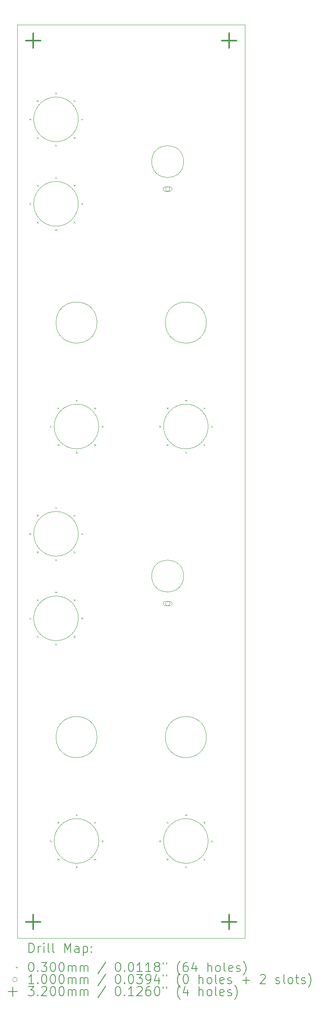
<source format=gbr>
%TF.GenerationSoftware,KiCad,Pcbnew,9.0.0*%
%TF.CreationDate,2025-03-16T11:37:10+01:00*%
%TF.ProjectId,DMH_Transistor_VCA_PANEL,444d485f-5472-4616-9e73-6973746f725f,rev?*%
%TF.SameCoordinates,Original*%
%TF.FileFunction,Drillmap*%
%TF.FilePolarity,Positive*%
%FSLAX45Y45*%
G04 Gerber Fmt 4.5, Leading zero omitted, Abs format (unit mm)*
G04 Created by KiCad (PCBNEW 9.0.0) date 2025-03-16 11:37:10*
%MOMM*%
%LPD*%
G01*
G04 APERTURE LIST*
%ADD10C,0.050000*%
%ADD11C,0.200000*%
%ADD12C,0.100000*%
%ADD13C,0.320000*%
G04 APERTURE END LIST*
D10*
X5000000Y-3000000D02*
X10000000Y-3000000D01*
X10000000Y-23000000D01*
X5000000Y-23000000D01*
X5000000Y-3000000D01*
X6750000Y-18600000D02*
G75*
G02*
X5850000Y-18600000I-450000J0D01*
G01*
X5850000Y-18600000D02*
G75*
G02*
X6750000Y-18600000I450000J0D01*
G01*
X9150000Y-18600000D02*
G75*
G02*
X8250000Y-18600000I-450000J0D01*
G01*
X8250000Y-18600000D02*
G75*
G02*
X9150000Y-18600000I450000J0D01*
G01*
X9150000Y-9525000D02*
G75*
G02*
X8250000Y-9525000I-450000J0D01*
G01*
X8250000Y-9525000D02*
G75*
G02*
X9150000Y-9525000I450000J0D01*
G01*
X6750000Y-9525000D02*
G75*
G02*
X5850000Y-9525000I-450000J0D01*
G01*
X5850000Y-9525000D02*
G75*
G02*
X6750000Y-9525000I450000J0D01*
G01*
X6790000Y-11800000D02*
G75*
G02*
X5810000Y-11800000I-490000J0D01*
G01*
X5810000Y-11800000D02*
G75*
G02*
X6790000Y-11800000I490000J0D01*
G01*
X6340000Y-5075000D02*
G75*
G02*
X5360000Y-5075000I-490000J0D01*
G01*
X5360000Y-5075000D02*
G75*
G02*
X6340000Y-5075000I490000J0D01*
G01*
X6340000Y-14150000D02*
G75*
G02*
X5360000Y-14150000I-490000J0D01*
G01*
X5360000Y-14150000D02*
G75*
G02*
X6340000Y-14150000I490000J0D01*
G01*
X6790000Y-20875000D02*
G75*
G02*
X5810000Y-20875000I-490000J0D01*
G01*
X5810000Y-20875000D02*
G75*
G02*
X6790000Y-20875000I490000J0D01*
G01*
X9190000Y-11800000D02*
G75*
G02*
X8210000Y-11800000I-490000J0D01*
G01*
X8210000Y-11800000D02*
G75*
G02*
X9190000Y-11800000I490000J0D01*
G01*
X8650000Y-6000000D02*
G75*
G02*
X7950000Y-6000000I-350000J0D01*
G01*
X7950000Y-6000000D02*
G75*
G02*
X8650000Y-6000000I350000J0D01*
G01*
X6340000Y-6925000D02*
G75*
G02*
X5360000Y-6925000I-490000J0D01*
G01*
X5360000Y-6925000D02*
G75*
G02*
X6340000Y-6925000I490000J0D01*
G01*
X9190000Y-20875000D02*
G75*
G02*
X8210000Y-20875000I-490000J0D01*
G01*
X8210000Y-20875000D02*
G75*
G02*
X9190000Y-20875000I490000J0D01*
G01*
X6340000Y-16000000D02*
G75*
G02*
X5360000Y-16000000I-490000J0D01*
G01*
X5360000Y-16000000D02*
G75*
G02*
X6340000Y-16000000I490000J0D01*
G01*
X8650000Y-15075000D02*
G75*
G02*
X7950000Y-15075000I-350000J0D01*
G01*
X7950000Y-15075000D02*
G75*
G02*
X8650000Y-15075000I350000J0D01*
G01*
D11*
D12*
X5265000Y-5060000D02*
X5295000Y-5090000D01*
X5295000Y-5060000D02*
X5265000Y-5090000D01*
X5265000Y-6910000D02*
X5295000Y-6940000D01*
X5295000Y-6910000D02*
X5265000Y-6940000D01*
X5265000Y-14135000D02*
X5295000Y-14165000D01*
X5295000Y-14135000D02*
X5265000Y-14165000D01*
X5265000Y-15985000D02*
X5295000Y-16015000D01*
X5295000Y-15985000D02*
X5265000Y-16015000D01*
X5431000Y-4657000D02*
X5461000Y-4687000D01*
X5461000Y-4657000D02*
X5431000Y-4687000D01*
X5431000Y-6507000D02*
X5461000Y-6537000D01*
X5461000Y-6507000D02*
X5431000Y-6537000D01*
X5431000Y-13732000D02*
X5461000Y-13762000D01*
X5461000Y-13732000D02*
X5431000Y-13762000D01*
X5431000Y-15582000D02*
X5461000Y-15612000D01*
X5461000Y-15582000D02*
X5431000Y-15612000D01*
X5432000Y-5464000D02*
X5462000Y-5494000D01*
X5462000Y-5464000D02*
X5432000Y-5494000D01*
X5432000Y-7314000D02*
X5462000Y-7344000D01*
X5462000Y-7314000D02*
X5432000Y-7344000D01*
X5432000Y-14539000D02*
X5462000Y-14569000D01*
X5462000Y-14539000D02*
X5432000Y-14569000D01*
X5432000Y-16389000D02*
X5462000Y-16419000D01*
X5462000Y-16389000D02*
X5432000Y-16419000D01*
X5715000Y-11785000D02*
X5745000Y-11815000D01*
X5745000Y-11785000D02*
X5715000Y-11815000D01*
X5715000Y-20860000D02*
X5745000Y-20890000D01*
X5745000Y-20860000D02*
X5715000Y-20890000D01*
X5835000Y-4490000D02*
X5865000Y-4520000D01*
X5865000Y-4490000D02*
X5835000Y-4520000D01*
X5835000Y-5630000D02*
X5865000Y-5660000D01*
X5865000Y-5630000D02*
X5835000Y-5660000D01*
X5835000Y-6340000D02*
X5865000Y-6370000D01*
X5865000Y-6340000D02*
X5835000Y-6370000D01*
X5835000Y-7480000D02*
X5865000Y-7510000D01*
X5865000Y-7480000D02*
X5835000Y-7510000D01*
X5835000Y-13565000D02*
X5865000Y-13595000D01*
X5865000Y-13565000D02*
X5835000Y-13595000D01*
X5835000Y-14705000D02*
X5865000Y-14735000D01*
X5865000Y-14705000D02*
X5835000Y-14735000D01*
X5835000Y-15415000D02*
X5865000Y-15445000D01*
X5865000Y-15415000D02*
X5835000Y-15445000D01*
X5835000Y-16555000D02*
X5865000Y-16585000D01*
X5865000Y-16555000D02*
X5835000Y-16585000D01*
X5881000Y-11382000D02*
X5911000Y-11412000D01*
X5911000Y-11382000D02*
X5881000Y-11412000D01*
X5881000Y-20457000D02*
X5911000Y-20487000D01*
X5911000Y-20457000D02*
X5881000Y-20487000D01*
X5882000Y-12189000D02*
X5912000Y-12219000D01*
X5912000Y-12189000D02*
X5882000Y-12219000D01*
X5882000Y-21264000D02*
X5912000Y-21294000D01*
X5912000Y-21264000D02*
X5882000Y-21294000D01*
X6238000Y-5464000D02*
X6268000Y-5494000D01*
X6268000Y-5464000D02*
X6238000Y-5494000D01*
X6238000Y-7314000D02*
X6268000Y-7344000D01*
X6268000Y-7314000D02*
X6238000Y-7344000D01*
X6238000Y-14539000D02*
X6268000Y-14569000D01*
X6268000Y-14539000D02*
X6238000Y-14569000D01*
X6238000Y-16389000D02*
X6268000Y-16419000D01*
X6268000Y-16389000D02*
X6238000Y-16419000D01*
X6239000Y-4657000D02*
X6269000Y-4687000D01*
X6269000Y-4657000D02*
X6239000Y-4687000D01*
X6239000Y-6507000D02*
X6269000Y-6537000D01*
X6269000Y-6507000D02*
X6239000Y-6537000D01*
X6239000Y-13732000D02*
X6269000Y-13762000D01*
X6269000Y-13732000D02*
X6239000Y-13762000D01*
X6239000Y-15582000D02*
X6269000Y-15612000D01*
X6269000Y-15582000D02*
X6239000Y-15612000D01*
X6285000Y-11215000D02*
X6315000Y-11245000D01*
X6315000Y-11215000D02*
X6285000Y-11245000D01*
X6285000Y-12355000D02*
X6315000Y-12385000D01*
X6315000Y-12355000D02*
X6285000Y-12385000D01*
X6285000Y-20290000D02*
X6315000Y-20320000D01*
X6315000Y-20290000D02*
X6285000Y-20320000D01*
X6285000Y-21430000D02*
X6315000Y-21460000D01*
X6315000Y-21430000D02*
X6285000Y-21460000D01*
X6405000Y-5060000D02*
X6435000Y-5090000D01*
X6435000Y-5060000D02*
X6405000Y-5090000D01*
X6405000Y-6910000D02*
X6435000Y-6940000D01*
X6435000Y-6910000D02*
X6405000Y-6940000D01*
X6405000Y-14135000D02*
X6435000Y-14165000D01*
X6435000Y-14135000D02*
X6405000Y-14165000D01*
X6405000Y-15985000D02*
X6435000Y-16015000D01*
X6435000Y-15985000D02*
X6405000Y-16015000D01*
X6688000Y-12189000D02*
X6718000Y-12219000D01*
X6718000Y-12189000D02*
X6688000Y-12219000D01*
X6688000Y-21264000D02*
X6718000Y-21294000D01*
X6718000Y-21264000D02*
X6688000Y-21294000D01*
X6689000Y-11382000D02*
X6719000Y-11412000D01*
X6719000Y-11382000D02*
X6689000Y-11412000D01*
X6689000Y-20457000D02*
X6719000Y-20487000D01*
X6719000Y-20457000D02*
X6689000Y-20487000D01*
X6855000Y-11785000D02*
X6885000Y-11815000D01*
X6885000Y-11785000D02*
X6855000Y-11815000D01*
X6855000Y-20860000D02*
X6885000Y-20890000D01*
X6885000Y-20860000D02*
X6855000Y-20890000D01*
X8115000Y-11785000D02*
X8145000Y-11815000D01*
X8145000Y-11785000D02*
X8115000Y-11815000D01*
X8115000Y-20860000D02*
X8145000Y-20890000D01*
X8145000Y-20860000D02*
X8115000Y-20890000D01*
X8281000Y-11382000D02*
X8311000Y-11412000D01*
X8311000Y-11382000D02*
X8281000Y-11412000D01*
X8281000Y-20457000D02*
X8311000Y-20487000D01*
X8311000Y-20457000D02*
X8281000Y-20487000D01*
X8282000Y-12189000D02*
X8312000Y-12219000D01*
X8312000Y-12189000D02*
X8282000Y-12219000D01*
X8282000Y-21264000D02*
X8312000Y-21294000D01*
X8312000Y-21264000D02*
X8282000Y-21294000D01*
X8685000Y-11215000D02*
X8715000Y-11245000D01*
X8715000Y-11215000D02*
X8685000Y-11245000D01*
X8685000Y-12355000D02*
X8715000Y-12385000D01*
X8715000Y-12355000D02*
X8685000Y-12385000D01*
X8685000Y-20290000D02*
X8715000Y-20320000D01*
X8715000Y-20290000D02*
X8685000Y-20320000D01*
X8685000Y-21430000D02*
X8715000Y-21460000D01*
X8715000Y-21430000D02*
X8685000Y-21460000D01*
X9088000Y-12189000D02*
X9118000Y-12219000D01*
X9118000Y-12189000D02*
X9088000Y-12219000D01*
X9088000Y-21264000D02*
X9118000Y-21294000D01*
X9118000Y-21264000D02*
X9088000Y-21294000D01*
X9089000Y-11382000D02*
X9119000Y-11412000D01*
X9119000Y-11382000D02*
X9089000Y-11412000D01*
X9089000Y-20457000D02*
X9119000Y-20487000D01*
X9119000Y-20457000D02*
X9089000Y-20487000D01*
X9255000Y-11785000D02*
X9285000Y-11815000D01*
X9285000Y-11785000D02*
X9255000Y-11815000D01*
X9255000Y-20860000D02*
X9285000Y-20890000D01*
X9285000Y-20860000D02*
X9255000Y-20890000D01*
X8350000Y-6600000D02*
G75*
G02*
X8250000Y-6600000I-50000J0D01*
G01*
X8250000Y-6600000D02*
G75*
G02*
X8350000Y-6600000I50000J0D01*
G01*
X8250000Y-6650000D02*
X8350000Y-6650000D01*
X8350000Y-6550000D02*
G75*
G02*
X8350000Y-6650000I0J-50000D01*
G01*
X8350000Y-6550000D02*
X8250000Y-6550000D01*
X8250000Y-6550000D02*
G75*
G03*
X8250000Y-6650000I0J-50000D01*
G01*
X8350000Y-15675000D02*
G75*
G02*
X8250000Y-15675000I-50000J0D01*
G01*
X8250000Y-15675000D02*
G75*
G02*
X8350000Y-15675000I50000J0D01*
G01*
X8250000Y-15725000D02*
X8350000Y-15725000D01*
X8350000Y-15625000D02*
G75*
G02*
X8350000Y-15725000I0J-50000D01*
G01*
X8350000Y-15625000D02*
X8250000Y-15625000D01*
X8250000Y-15625000D02*
G75*
G03*
X8250000Y-15725000I0J-50000D01*
G01*
D13*
X5350000Y-3190000D02*
X5350000Y-3510000D01*
X5190000Y-3350000D02*
X5510000Y-3350000D01*
X5350000Y-22490000D02*
X5350000Y-22810000D01*
X5190000Y-22650000D02*
X5510000Y-22650000D01*
X9650000Y-3190000D02*
X9650000Y-3510000D01*
X9490000Y-3350000D02*
X9810000Y-3350000D01*
X9650000Y-22490000D02*
X9650000Y-22810000D01*
X9490000Y-22650000D02*
X9810000Y-22650000D01*
D11*
X5258277Y-23313984D02*
X5258277Y-23113984D01*
X5258277Y-23113984D02*
X5305896Y-23113984D01*
X5305896Y-23113984D02*
X5334467Y-23123508D01*
X5334467Y-23123508D02*
X5353515Y-23142555D01*
X5353515Y-23142555D02*
X5363039Y-23161603D01*
X5363039Y-23161603D02*
X5372563Y-23199698D01*
X5372563Y-23199698D02*
X5372563Y-23228269D01*
X5372563Y-23228269D02*
X5363039Y-23266365D01*
X5363039Y-23266365D02*
X5353515Y-23285412D01*
X5353515Y-23285412D02*
X5334467Y-23304460D01*
X5334467Y-23304460D02*
X5305896Y-23313984D01*
X5305896Y-23313984D02*
X5258277Y-23313984D01*
X5458277Y-23313984D02*
X5458277Y-23180650D01*
X5458277Y-23218746D02*
X5467801Y-23199698D01*
X5467801Y-23199698D02*
X5477324Y-23190174D01*
X5477324Y-23190174D02*
X5496372Y-23180650D01*
X5496372Y-23180650D02*
X5515420Y-23180650D01*
X5582086Y-23313984D02*
X5582086Y-23180650D01*
X5582086Y-23113984D02*
X5572563Y-23123508D01*
X5572563Y-23123508D02*
X5582086Y-23133031D01*
X5582086Y-23133031D02*
X5591610Y-23123508D01*
X5591610Y-23123508D02*
X5582086Y-23113984D01*
X5582086Y-23113984D02*
X5582086Y-23133031D01*
X5705896Y-23313984D02*
X5686848Y-23304460D01*
X5686848Y-23304460D02*
X5677324Y-23285412D01*
X5677324Y-23285412D02*
X5677324Y-23113984D01*
X5810658Y-23313984D02*
X5791610Y-23304460D01*
X5791610Y-23304460D02*
X5782086Y-23285412D01*
X5782086Y-23285412D02*
X5782086Y-23113984D01*
X6039229Y-23313984D02*
X6039229Y-23113984D01*
X6039229Y-23113984D02*
X6105896Y-23256841D01*
X6105896Y-23256841D02*
X6172562Y-23113984D01*
X6172562Y-23113984D02*
X6172562Y-23313984D01*
X6353515Y-23313984D02*
X6353515Y-23209222D01*
X6353515Y-23209222D02*
X6343991Y-23190174D01*
X6343991Y-23190174D02*
X6324943Y-23180650D01*
X6324943Y-23180650D02*
X6286848Y-23180650D01*
X6286848Y-23180650D02*
X6267801Y-23190174D01*
X6353515Y-23304460D02*
X6334467Y-23313984D01*
X6334467Y-23313984D02*
X6286848Y-23313984D01*
X6286848Y-23313984D02*
X6267801Y-23304460D01*
X6267801Y-23304460D02*
X6258277Y-23285412D01*
X6258277Y-23285412D02*
X6258277Y-23266365D01*
X6258277Y-23266365D02*
X6267801Y-23247317D01*
X6267801Y-23247317D02*
X6286848Y-23237793D01*
X6286848Y-23237793D02*
X6334467Y-23237793D01*
X6334467Y-23237793D02*
X6353515Y-23228269D01*
X6448753Y-23180650D02*
X6448753Y-23380650D01*
X6448753Y-23190174D02*
X6467801Y-23180650D01*
X6467801Y-23180650D02*
X6505896Y-23180650D01*
X6505896Y-23180650D02*
X6524943Y-23190174D01*
X6524943Y-23190174D02*
X6534467Y-23199698D01*
X6534467Y-23199698D02*
X6543991Y-23218746D01*
X6543991Y-23218746D02*
X6543991Y-23275888D01*
X6543991Y-23275888D02*
X6534467Y-23294936D01*
X6534467Y-23294936D02*
X6524943Y-23304460D01*
X6524943Y-23304460D02*
X6505896Y-23313984D01*
X6505896Y-23313984D02*
X6467801Y-23313984D01*
X6467801Y-23313984D02*
X6448753Y-23304460D01*
X6629705Y-23294936D02*
X6639229Y-23304460D01*
X6639229Y-23304460D02*
X6629705Y-23313984D01*
X6629705Y-23313984D02*
X6620182Y-23304460D01*
X6620182Y-23304460D02*
X6629705Y-23294936D01*
X6629705Y-23294936D02*
X6629705Y-23313984D01*
X6629705Y-23190174D02*
X6639229Y-23199698D01*
X6639229Y-23199698D02*
X6629705Y-23209222D01*
X6629705Y-23209222D02*
X6620182Y-23199698D01*
X6620182Y-23199698D02*
X6629705Y-23190174D01*
X6629705Y-23190174D02*
X6629705Y-23209222D01*
D12*
X4967500Y-23627500D02*
X4997500Y-23657500D01*
X4997500Y-23627500D02*
X4967500Y-23657500D01*
D11*
X5296372Y-23533984D02*
X5315420Y-23533984D01*
X5315420Y-23533984D02*
X5334467Y-23543508D01*
X5334467Y-23543508D02*
X5343991Y-23553031D01*
X5343991Y-23553031D02*
X5353515Y-23572079D01*
X5353515Y-23572079D02*
X5363039Y-23610174D01*
X5363039Y-23610174D02*
X5363039Y-23657793D01*
X5363039Y-23657793D02*
X5353515Y-23695888D01*
X5353515Y-23695888D02*
X5343991Y-23714936D01*
X5343991Y-23714936D02*
X5334467Y-23724460D01*
X5334467Y-23724460D02*
X5315420Y-23733984D01*
X5315420Y-23733984D02*
X5296372Y-23733984D01*
X5296372Y-23733984D02*
X5277324Y-23724460D01*
X5277324Y-23724460D02*
X5267801Y-23714936D01*
X5267801Y-23714936D02*
X5258277Y-23695888D01*
X5258277Y-23695888D02*
X5248753Y-23657793D01*
X5248753Y-23657793D02*
X5248753Y-23610174D01*
X5248753Y-23610174D02*
X5258277Y-23572079D01*
X5258277Y-23572079D02*
X5267801Y-23553031D01*
X5267801Y-23553031D02*
X5277324Y-23543508D01*
X5277324Y-23543508D02*
X5296372Y-23533984D01*
X5448753Y-23714936D02*
X5458277Y-23724460D01*
X5458277Y-23724460D02*
X5448753Y-23733984D01*
X5448753Y-23733984D02*
X5439229Y-23724460D01*
X5439229Y-23724460D02*
X5448753Y-23714936D01*
X5448753Y-23714936D02*
X5448753Y-23733984D01*
X5524944Y-23533984D02*
X5648753Y-23533984D01*
X5648753Y-23533984D02*
X5582086Y-23610174D01*
X5582086Y-23610174D02*
X5610658Y-23610174D01*
X5610658Y-23610174D02*
X5629705Y-23619698D01*
X5629705Y-23619698D02*
X5639229Y-23629222D01*
X5639229Y-23629222D02*
X5648753Y-23648269D01*
X5648753Y-23648269D02*
X5648753Y-23695888D01*
X5648753Y-23695888D02*
X5639229Y-23714936D01*
X5639229Y-23714936D02*
X5629705Y-23724460D01*
X5629705Y-23724460D02*
X5610658Y-23733984D01*
X5610658Y-23733984D02*
X5553515Y-23733984D01*
X5553515Y-23733984D02*
X5534467Y-23724460D01*
X5534467Y-23724460D02*
X5524944Y-23714936D01*
X5772562Y-23533984D02*
X5791610Y-23533984D01*
X5791610Y-23533984D02*
X5810658Y-23543508D01*
X5810658Y-23543508D02*
X5820182Y-23553031D01*
X5820182Y-23553031D02*
X5829705Y-23572079D01*
X5829705Y-23572079D02*
X5839229Y-23610174D01*
X5839229Y-23610174D02*
X5839229Y-23657793D01*
X5839229Y-23657793D02*
X5829705Y-23695888D01*
X5829705Y-23695888D02*
X5820182Y-23714936D01*
X5820182Y-23714936D02*
X5810658Y-23724460D01*
X5810658Y-23724460D02*
X5791610Y-23733984D01*
X5791610Y-23733984D02*
X5772562Y-23733984D01*
X5772562Y-23733984D02*
X5753515Y-23724460D01*
X5753515Y-23724460D02*
X5743991Y-23714936D01*
X5743991Y-23714936D02*
X5734467Y-23695888D01*
X5734467Y-23695888D02*
X5724943Y-23657793D01*
X5724943Y-23657793D02*
X5724943Y-23610174D01*
X5724943Y-23610174D02*
X5734467Y-23572079D01*
X5734467Y-23572079D02*
X5743991Y-23553031D01*
X5743991Y-23553031D02*
X5753515Y-23543508D01*
X5753515Y-23543508D02*
X5772562Y-23533984D01*
X5963039Y-23533984D02*
X5982086Y-23533984D01*
X5982086Y-23533984D02*
X6001134Y-23543508D01*
X6001134Y-23543508D02*
X6010658Y-23553031D01*
X6010658Y-23553031D02*
X6020182Y-23572079D01*
X6020182Y-23572079D02*
X6029705Y-23610174D01*
X6029705Y-23610174D02*
X6029705Y-23657793D01*
X6029705Y-23657793D02*
X6020182Y-23695888D01*
X6020182Y-23695888D02*
X6010658Y-23714936D01*
X6010658Y-23714936D02*
X6001134Y-23724460D01*
X6001134Y-23724460D02*
X5982086Y-23733984D01*
X5982086Y-23733984D02*
X5963039Y-23733984D01*
X5963039Y-23733984D02*
X5943991Y-23724460D01*
X5943991Y-23724460D02*
X5934467Y-23714936D01*
X5934467Y-23714936D02*
X5924943Y-23695888D01*
X5924943Y-23695888D02*
X5915420Y-23657793D01*
X5915420Y-23657793D02*
X5915420Y-23610174D01*
X5915420Y-23610174D02*
X5924943Y-23572079D01*
X5924943Y-23572079D02*
X5934467Y-23553031D01*
X5934467Y-23553031D02*
X5943991Y-23543508D01*
X5943991Y-23543508D02*
X5963039Y-23533984D01*
X6115420Y-23733984D02*
X6115420Y-23600650D01*
X6115420Y-23619698D02*
X6124943Y-23610174D01*
X6124943Y-23610174D02*
X6143991Y-23600650D01*
X6143991Y-23600650D02*
X6172563Y-23600650D01*
X6172563Y-23600650D02*
X6191610Y-23610174D01*
X6191610Y-23610174D02*
X6201134Y-23629222D01*
X6201134Y-23629222D02*
X6201134Y-23733984D01*
X6201134Y-23629222D02*
X6210658Y-23610174D01*
X6210658Y-23610174D02*
X6229705Y-23600650D01*
X6229705Y-23600650D02*
X6258277Y-23600650D01*
X6258277Y-23600650D02*
X6277324Y-23610174D01*
X6277324Y-23610174D02*
X6286848Y-23629222D01*
X6286848Y-23629222D02*
X6286848Y-23733984D01*
X6382086Y-23733984D02*
X6382086Y-23600650D01*
X6382086Y-23619698D02*
X6391610Y-23610174D01*
X6391610Y-23610174D02*
X6410658Y-23600650D01*
X6410658Y-23600650D02*
X6439229Y-23600650D01*
X6439229Y-23600650D02*
X6458277Y-23610174D01*
X6458277Y-23610174D02*
X6467801Y-23629222D01*
X6467801Y-23629222D02*
X6467801Y-23733984D01*
X6467801Y-23629222D02*
X6477324Y-23610174D01*
X6477324Y-23610174D02*
X6496372Y-23600650D01*
X6496372Y-23600650D02*
X6524943Y-23600650D01*
X6524943Y-23600650D02*
X6543991Y-23610174D01*
X6543991Y-23610174D02*
X6553515Y-23629222D01*
X6553515Y-23629222D02*
X6553515Y-23733984D01*
X6943991Y-23524460D02*
X6772563Y-23781603D01*
X7201134Y-23533984D02*
X7220182Y-23533984D01*
X7220182Y-23533984D02*
X7239229Y-23543508D01*
X7239229Y-23543508D02*
X7248753Y-23553031D01*
X7248753Y-23553031D02*
X7258277Y-23572079D01*
X7258277Y-23572079D02*
X7267801Y-23610174D01*
X7267801Y-23610174D02*
X7267801Y-23657793D01*
X7267801Y-23657793D02*
X7258277Y-23695888D01*
X7258277Y-23695888D02*
X7248753Y-23714936D01*
X7248753Y-23714936D02*
X7239229Y-23724460D01*
X7239229Y-23724460D02*
X7220182Y-23733984D01*
X7220182Y-23733984D02*
X7201134Y-23733984D01*
X7201134Y-23733984D02*
X7182086Y-23724460D01*
X7182086Y-23724460D02*
X7172563Y-23714936D01*
X7172563Y-23714936D02*
X7163039Y-23695888D01*
X7163039Y-23695888D02*
X7153515Y-23657793D01*
X7153515Y-23657793D02*
X7153515Y-23610174D01*
X7153515Y-23610174D02*
X7163039Y-23572079D01*
X7163039Y-23572079D02*
X7172563Y-23553031D01*
X7172563Y-23553031D02*
X7182086Y-23543508D01*
X7182086Y-23543508D02*
X7201134Y-23533984D01*
X7353515Y-23714936D02*
X7363039Y-23724460D01*
X7363039Y-23724460D02*
X7353515Y-23733984D01*
X7353515Y-23733984D02*
X7343991Y-23724460D01*
X7343991Y-23724460D02*
X7353515Y-23714936D01*
X7353515Y-23714936D02*
X7353515Y-23733984D01*
X7486848Y-23533984D02*
X7505896Y-23533984D01*
X7505896Y-23533984D02*
X7524944Y-23543508D01*
X7524944Y-23543508D02*
X7534467Y-23553031D01*
X7534467Y-23553031D02*
X7543991Y-23572079D01*
X7543991Y-23572079D02*
X7553515Y-23610174D01*
X7553515Y-23610174D02*
X7553515Y-23657793D01*
X7553515Y-23657793D02*
X7543991Y-23695888D01*
X7543991Y-23695888D02*
X7534467Y-23714936D01*
X7534467Y-23714936D02*
X7524944Y-23724460D01*
X7524944Y-23724460D02*
X7505896Y-23733984D01*
X7505896Y-23733984D02*
X7486848Y-23733984D01*
X7486848Y-23733984D02*
X7467801Y-23724460D01*
X7467801Y-23724460D02*
X7458277Y-23714936D01*
X7458277Y-23714936D02*
X7448753Y-23695888D01*
X7448753Y-23695888D02*
X7439229Y-23657793D01*
X7439229Y-23657793D02*
X7439229Y-23610174D01*
X7439229Y-23610174D02*
X7448753Y-23572079D01*
X7448753Y-23572079D02*
X7458277Y-23553031D01*
X7458277Y-23553031D02*
X7467801Y-23543508D01*
X7467801Y-23543508D02*
X7486848Y-23533984D01*
X7743991Y-23733984D02*
X7629706Y-23733984D01*
X7686848Y-23733984D02*
X7686848Y-23533984D01*
X7686848Y-23533984D02*
X7667801Y-23562555D01*
X7667801Y-23562555D02*
X7648753Y-23581603D01*
X7648753Y-23581603D02*
X7629706Y-23591127D01*
X7934467Y-23733984D02*
X7820182Y-23733984D01*
X7877325Y-23733984D02*
X7877325Y-23533984D01*
X7877325Y-23533984D02*
X7858277Y-23562555D01*
X7858277Y-23562555D02*
X7839229Y-23581603D01*
X7839229Y-23581603D02*
X7820182Y-23591127D01*
X8048753Y-23619698D02*
X8029706Y-23610174D01*
X8029706Y-23610174D02*
X8020182Y-23600650D01*
X8020182Y-23600650D02*
X8010658Y-23581603D01*
X8010658Y-23581603D02*
X8010658Y-23572079D01*
X8010658Y-23572079D02*
X8020182Y-23553031D01*
X8020182Y-23553031D02*
X8029706Y-23543508D01*
X8029706Y-23543508D02*
X8048753Y-23533984D01*
X8048753Y-23533984D02*
X8086848Y-23533984D01*
X8086848Y-23533984D02*
X8105896Y-23543508D01*
X8105896Y-23543508D02*
X8115420Y-23553031D01*
X8115420Y-23553031D02*
X8124944Y-23572079D01*
X8124944Y-23572079D02*
X8124944Y-23581603D01*
X8124944Y-23581603D02*
X8115420Y-23600650D01*
X8115420Y-23600650D02*
X8105896Y-23610174D01*
X8105896Y-23610174D02*
X8086848Y-23619698D01*
X8086848Y-23619698D02*
X8048753Y-23619698D01*
X8048753Y-23619698D02*
X8029706Y-23629222D01*
X8029706Y-23629222D02*
X8020182Y-23638746D01*
X8020182Y-23638746D02*
X8010658Y-23657793D01*
X8010658Y-23657793D02*
X8010658Y-23695888D01*
X8010658Y-23695888D02*
X8020182Y-23714936D01*
X8020182Y-23714936D02*
X8029706Y-23724460D01*
X8029706Y-23724460D02*
X8048753Y-23733984D01*
X8048753Y-23733984D02*
X8086848Y-23733984D01*
X8086848Y-23733984D02*
X8105896Y-23724460D01*
X8105896Y-23724460D02*
X8115420Y-23714936D01*
X8115420Y-23714936D02*
X8124944Y-23695888D01*
X8124944Y-23695888D02*
X8124944Y-23657793D01*
X8124944Y-23657793D02*
X8115420Y-23638746D01*
X8115420Y-23638746D02*
X8105896Y-23629222D01*
X8105896Y-23629222D02*
X8086848Y-23619698D01*
X8201134Y-23533984D02*
X8201134Y-23572079D01*
X8277325Y-23533984D02*
X8277325Y-23572079D01*
X8572563Y-23810174D02*
X8563039Y-23800650D01*
X8563039Y-23800650D02*
X8543991Y-23772079D01*
X8543991Y-23772079D02*
X8534468Y-23753031D01*
X8534468Y-23753031D02*
X8524944Y-23724460D01*
X8524944Y-23724460D02*
X8515420Y-23676841D01*
X8515420Y-23676841D02*
X8515420Y-23638746D01*
X8515420Y-23638746D02*
X8524944Y-23591127D01*
X8524944Y-23591127D02*
X8534468Y-23562555D01*
X8534468Y-23562555D02*
X8543991Y-23543508D01*
X8543991Y-23543508D02*
X8563039Y-23514936D01*
X8563039Y-23514936D02*
X8572563Y-23505412D01*
X8734468Y-23533984D02*
X8696372Y-23533984D01*
X8696372Y-23533984D02*
X8677325Y-23543508D01*
X8677325Y-23543508D02*
X8667801Y-23553031D01*
X8667801Y-23553031D02*
X8648753Y-23581603D01*
X8648753Y-23581603D02*
X8639230Y-23619698D01*
X8639230Y-23619698D02*
X8639230Y-23695888D01*
X8639230Y-23695888D02*
X8648753Y-23714936D01*
X8648753Y-23714936D02*
X8658277Y-23724460D01*
X8658277Y-23724460D02*
X8677325Y-23733984D01*
X8677325Y-23733984D02*
X8715420Y-23733984D01*
X8715420Y-23733984D02*
X8734468Y-23724460D01*
X8734468Y-23724460D02*
X8743991Y-23714936D01*
X8743991Y-23714936D02*
X8753515Y-23695888D01*
X8753515Y-23695888D02*
X8753515Y-23648269D01*
X8753515Y-23648269D02*
X8743991Y-23629222D01*
X8743991Y-23629222D02*
X8734468Y-23619698D01*
X8734468Y-23619698D02*
X8715420Y-23610174D01*
X8715420Y-23610174D02*
X8677325Y-23610174D01*
X8677325Y-23610174D02*
X8658277Y-23619698D01*
X8658277Y-23619698D02*
X8648753Y-23629222D01*
X8648753Y-23629222D02*
X8639230Y-23648269D01*
X8924944Y-23600650D02*
X8924944Y-23733984D01*
X8877325Y-23524460D02*
X8829706Y-23667317D01*
X8829706Y-23667317D02*
X8953515Y-23667317D01*
X9182087Y-23733984D02*
X9182087Y-23533984D01*
X9267801Y-23733984D02*
X9267801Y-23629222D01*
X9267801Y-23629222D02*
X9258277Y-23610174D01*
X9258277Y-23610174D02*
X9239230Y-23600650D01*
X9239230Y-23600650D02*
X9210658Y-23600650D01*
X9210658Y-23600650D02*
X9191611Y-23610174D01*
X9191611Y-23610174D02*
X9182087Y-23619698D01*
X9391611Y-23733984D02*
X9372563Y-23724460D01*
X9372563Y-23724460D02*
X9363039Y-23714936D01*
X9363039Y-23714936D02*
X9353515Y-23695888D01*
X9353515Y-23695888D02*
X9353515Y-23638746D01*
X9353515Y-23638746D02*
X9363039Y-23619698D01*
X9363039Y-23619698D02*
X9372563Y-23610174D01*
X9372563Y-23610174D02*
X9391611Y-23600650D01*
X9391611Y-23600650D02*
X9420182Y-23600650D01*
X9420182Y-23600650D02*
X9439230Y-23610174D01*
X9439230Y-23610174D02*
X9448753Y-23619698D01*
X9448753Y-23619698D02*
X9458277Y-23638746D01*
X9458277Y-23638746D02*
X9458277Y-23695888D01*
X9458277Y-23695888D02*
X9448753Y-23714936D01*
X9448753Y-23714936D02*
X9439230Y-23724460D01*
X9439230Y-23724460D02*
X9420182Y-23733984D01*
X9420182Y-23733984D02*
X9391611Y-23733984D01*
X9572563Y-23733984D02*
X9553515Y-23724460D01*
X9553515Y-23724460D02*
X9543992Y-23705412D01*
X9543992Y-23705412D02*
X9543992Y-23533984D01*
X9724944Y-23724460D02*
X9705896Y-23733984D01*
X9705896Y-23733984D02*
X9667801Y-23733984D01*
X9667801Y-23733984D02*
X9648753Y-23724460D01*
X9648753Y-23724460D02*
X9639230Y-23705412D01*
X9639230Y-23705412D02*
X9639230Y-23629222D01*
X9639230Y-23629222D02*
X9648753Y-23610174D01*
X9648753Y-23610174D02*
X9667801Y-23600650D01*
X9667801Y-23600650D02*
X9705896Y-23600650D01*
X9705896Y-23600650D02*
X9724944Y-23610174D01*
X9724944Y-23610174D02*
X9734468Y-23629222D01*
X9734468Y-23629222D02*
X9734468Y-23648269D01*
X9734468Y-23648269D02*
X9639230Y-23667317D01*
X9810658Y-23724460D02*
X9829706Y-23733984D01*
X9829706Y-23733984D02*
X9867801Y-23733984D01*
X9867801Y-23733984D02*
X9886849Y-23724460D01*
X9886849Y-23724460D02*
X9896373Y-23705412D01*
X9896373Y-23705412D02*
X9896373Y-23695888D01*
X9896373Y-23695888D02*
X9886849Y-23676841D01*
X9886849Y-23676841D02*
X9867801Y-23667317D01*
X9867801Y-23667317D02*
X9839230Y-23667317D01*
X9839230Y-23667317D02*
X9820182Y-23657793D01*
X9820182Y-23657793D02*
X9810658Y-23638746D01*
X9810658Y-23638746D02*
X9810658Y-23629222D01*
X9810658Y-23629222D02*
X9820182Y-23610174D01*
X9820182Y-23610174D02*
X9839230Y-23600650D01*
X9839230Y-23600650D02*
X9867801Y-23600650D01*
X9867801Y-23600650D02*
X9886849Y-23610174D01*
X9963039Y-23810174D02*
X9972563Y-23800650D01*
X9972563Y-23800650D02*
X9991611Y-23772079D01*
X9991611Y-23772079D02*
X10001134Y-23753031D01*
X10001134Y-23753031D02*
X10010658Y-23724460D01*
X10010658Y-23724460D02*
X10020182Y-23676841D01*
X10020182Y-23676841D02*
X10020182Y-23638746D01*
X10020182Y-23638746D02*
X10010658Y-23591127D01*
X10010658Y-23591127D02*
X10001134Y-23562555D01*
X10001134Y-23562555D02*
X9991611Y-23543508D01*
X9991611Y-23543508D02*
X9972563Y-23514936D01*
X9972563Y-23514936D02*
X9963039Y-23505412D01*
D12*
X4997500Y-23906500D02*
G75*
G02*
X4897500Y-23906500I-50000J0D01*
G01*
X4897500Y-23906500D02*
G75*
G02*
X4997500Y-23906500I50000J0D01*
G01*
D11*
X5363039Y-23997984D02*
X5248753Y-23997984D01*
X5305896Y-23997984D02*
X5305896Y-23797984D01*
X5305896Y-23797984D02*
X5286848Y-23826555D01*
X5286848Y-23826555D02*
X5267801Y-23845603D01*
X5267801Y-23845603D02*
X5248753Y-23855127D01*
X5448753Y-23978936D02*
X5458277Y-23988460D01*
X5458277Y-23988460D02*
X5448753Y-23997984D01*
X5448753Y-23997984D02*
X5439229Y-23988460D01*
X5439229Y-23988460D02*
X5448753Y-23978936D01*
X5448753Y-23978936D02*
X5448753Y-23997984D01*
X5582086Y-23797984D02*
X5601134Y-23797984D01*
X5601134Y-23797984D02*
X5620182Y-23807508D01*
X5620182Y-23807508D02*
X5629705Y-23817031D01*
X5629705Y-23817031D02*
X5639229Y-23836079D01*
X5639229Y-23836079D02*
X5648753Y-23874174D01*
X5648753Y-23874174D02*
X5648753Y-23921793D01*
X5648753Y-23921793D02*
X5639229Y-23959888D01*
X5639229Y-23959888D02*
X5629705Y-23978936D01*
X5629705Y-23978936D02*
X5620182Y-23988460D01*
X5620182Y-23988460D02*
X5601134Y-23997984D01*
X5601134Y-23997984D02*
X5582086Y-23997984D01*
X5582086Y-23997984D02*
X5563039Y-23988460D01*
X5563039Y-23988460D02*
X5553515Y-23978936D01*
X5553515Y-23978936D02*
X5543991Y-23959888D01*
X5543991Y-23959888D02*
X5534467Y-23921793D01*
X5534467Y-23921793D02*
X5534467Y-23874174D01*
X5534467Y-23874174D02*
X5543991Y-23836079D01*
X5543991Y-23836079D02*
X5553515Y-23817031D01*
X5553515Y-23817031D02*
X5563039Y-23807508D01*
X5563039Y-23807508D02*
X5582086Y-23797984D01*
X5772562Y-23797984D02*
X5791610Y-23797984D01*
X5791610Y-23797984D02*
X5810658Y-23807508D01*
X5810658Y-23807508D02*
X5820182Y-23817031D01*
X5820182Y-23817031D02*
X5829705Y-23836079D01*
X5829705Y-23836079D02*
X5839229Y-23874174D01*
X5839229Y-23874174D02*
X5839229Y-23921793D01*
X5839229Y-23921793D02*
X5829705Y-23959888D01*
X5829705Y-23959888D02*
X5820182Y-23978936D01*
X5820182Y-23978936D02*
X5810658Y-23988460D01*
X5810658Y-23988460D02*
X5791610Y-23997984D01*
X5791610Y-23997984D02*
X5772562Y-23997984D01*
X5772562Y-23997984D02*
X5753515Y-23988460D01*
X5753515Y-23988460D02*
X5743991Y-23978936D01*
X5743991Y-23978936D02*
X5734467Y-23959888D01*
X5734467Y-23959888D02*
X5724943Y-23921793D01*
X5724943Y-23921793D02*
X5724943Y-23874174D01*
X5724943Y-23874174D02*
X5734467Y-23836079D01*
X5734467Y-23836079D02*
X5743991Y-23817031D01*
X5743991Y-23817031D02*
X5753515Y-23807508D01*
X5753515Y-23807508D02*
X5772562Y-23797984D01*
X5963039Y-23797984D02*
X5982086Y-23797984D01*
X5982086Y-23797984D02*
X6001134Y-23807508D01*
X6001134Y-23807508D02*
X6010658Y-23817031D01*
X6010658Y-23817031D02*
X6020182Y-23836079D01*
X6020182Y-23836079D02*
X6029705Y-23874174D01*
X6029705Y-23874174D02*
X6029705Y-23921793D01*
X6029705Y-23921793D02*
X6020182Y-23959888D01*
X6020182Y-23959888D02*
X6010658Y-23978936D01*
X6010658Y-23978936D02*
X6001134Y-23988460D01*
X6001134Y-23988460D02*
X5982086Y-23997984D01*
X5982086Y-23997984D02*
X5963039Y-23997984D01*
X5963039Y-23997984D02*
X5943991Y-23988460D01*
X5943991Y-23988460D02*
X5934467Y-23978936D01*
X5934467Y-23978936D02*
X5924943Y-23959888D01*
X5924943Y-23959888D02*
X5915420Y-23921793D01*
X5915420Y-23921793D02*
X5915420Y-23874174D01*
X5915420Y-23874174D02*
X5924943Y-23836079D01*
X5924943Y-23836079D02*
X5934467Y-23817031D01*
X5934467Y-23817031D02*
X5943991Y-23807508D01*
X5943991Y-23807508D02*
X5963039Y-23797984D01*
X6115420Y-23997984D02*
X6115420Y-23864650D01*
X6115420Y-23883698D02*
X6124943Y-23874174D01*
X6124943Y-23874174D02*
X6143991Y-23864650D01*
X6143991Y-23864650D02*
X6172563Y-23864650D01*
X6172563Y-23864650D02*
X6191610Y-23874174D01*
X6191610Y-23874174D02*
X6201134Y-23893222D01*
X6201134Y-23893222D02*
X6201134Y-23997984D01*
X6201134Y-23893222D02*
X6210658Y-23874174D01*
X6210658Y-23874174D02*
X6229705Y-23864650D01*
X6229705Y-23864650D02*
X6258277Y-23864650D01*
X6258277Y-23864650D02*
X6277324Y-23874174D01*
X6277324Y-23874174D02*
X6286848Y-23893222D01*
X6286848Y-23893222D02*
X6286848Y-23997984D01*
X6382086Y-23997984D02*
X6382086Y-23864650D01*
X6382086Y-23883698D02*
X6391610Y-23874174D01*
X6391610Y-23874174D02*
X6410658Y-23864650D01*
X6410658Y-23864650D02*
X6439229Y-23864650D01*
X6439229Y-23864650D02*
X6458277Y-23874174D01*
X6458277Y-23874174D02*
X6467801Y-23893222D01*
X6467801Y-23893222D02*
X6467801Y-23997984D01*
X6467801Y-23893222D02*
X6477324Y-23874174D01*
X6477324Y-23874174D02*
X6496372Y-23864650D01*
X6496372Y-23864650D02*
X6524943Y-23864650D01*
X6524943Y-23864650D02*
X6543991Y-23874174D01*
X6543991Y-23874174D02*
X6553515Y-23893222D01*
X6553515Y-23893222D02*
X6553515Y-23997984D01*
X6943991Y-23788460D02*
X6772563Y-24045603D01*
X7201134Y-23797984D02*
X7220182Y-23797984D01*
X7220182Y-23797984D02*
X7239229Y-23807508D01*
X7239229Y-23807508D02*
X7248753Y-23817031D01*
X7248753Y-23817031D02*
X7258277Y-23836079D01*
X7258277Y-23836079D02*
X7267801Y-23874174D01*
X7267801Y-23874174D02*
X7267801Y-23921793D01*
X7267801Y-23921793D02*
X7258277Y-23959888D01*
X7258277Y-23959888D02*
X7248753Y-23978936D01*
X7248753Y-23978936D02*
X7239229Y-23988460D01*
X7239229Y-23988460D02*
X7220182Y-23997984D01*
X7220182Y-23997984D02*
X7201134Y-23997984D01*
X7201134Y-23997984D02*
X7182086Y-23988460D01*
X7182086Y-23988460D02*
X7172563Y-23978936D01*
X7172563Y-23978936D02*
X7163039Y-23959888D01*
X7163039Y-23959888D02*
X7153515Y-23921793D01*
X7153515Y-23921793D02*
X7153515Y-23874174D01*
X7153515Y-23874174D02*
X7163039Y-23836079D01*
X7163039Y-23836079D02*
X7172563Y-23817031D01*
X7172563Y-23817031D02*
X7182086Y-23807508D01*
X7182086Y-23807508D02*
X7201134Y-23797984D01*
X7353515Y-23978936D02*
X7363039Y-23988460D01*
X7363039Y-23988460D02*
X7353515Y-23997984D01*
X7353515Y-23997984D02*
X7343991Y-23988460D01*
X7343991Y-23988460D02*
X7353515Y-23978936D01*
X7353515Y-23978936D02*
X7353515Y-23997984D01*
X7486848Y-23797984D02*
X7505896Y-23797984D01*
X7505896Y-23797984D02*
X7524944Y-23807508D01*
X7524944Y-23807508D02*
X7534467Y-23817031D01*
X7534467Y-23817031D02*
X7543991Y-23836079D01*
X7543991Y-23836079D02*
X7553515Y-23874174D01*
X7553515Y-23874174D02*
X7553515Y-23921793D01*
X7553515Y-23921793D02*
X7543991Y-23959888D01*
X7543991Y-23959888D02*
X7534467Y-23978936D01*
X7534467Y-23978936D02*
X7524944Y-23988460D01*
X7524944Y-23988460D02*
X7505896Y-23997984D01*
X7505896Y-23997984D02*
X7486848Y-23997984D01*
X7486848Y-23997984D02*
X7467801Y-23988460D01*
X7467801Y-23988460D02*
X7458277Y-23978936D01*
X7458277Y-23978936D02*
X7448753Y-23959888D01*
X7448753Y-23959888D02*
X7439229Y-23921793D01*
X7439229Y-23921793D02*
X7439229Y-23874174D01*
X7439229Y-23874174D02*
X7448753Y-23836079D01*
X7448753Y-23836079D02*
X7458277Y-23817031D01*
X7458277Y-23817031D02*
X7467801Y-23807508D01*
X7467801Y-23807508D02*
X7486848Y-23797984D01*
X7620182Y-23797984D02*
X7743991Y-23797984D01*
X7743991Y-23797984D02*
X7677325Y-23874174D01*
X7677325Y-23874174D02*
X7705896Y-23874174D01*
X7705896Y-23874174D02*
X7724944Y-23883698D01*
X7724944Y-23883698D02*
X7734467Y-23893222D01*
X7734467Y-23893222D02*
X7743991Y-23912269D01*
X7743991Y-23912269D02*
X7743991Y-23959888D01*
X7743991Y-23959888D02*
X7734467Y-23978936D01*
X7734467Y-23978936D02*
X7724944Y-23988460D01*
X7724944Y-23988460D02*
X7705896Y-23997984D01*
X7705896Y-23997984D02*
X7648753Y-23997984D01*
X7648753Y-23997984D02*
X7629706Y-23988460D01*
X7629706Y-23988460D02*
X7620182Y-23978936D01*
X7839229Y-23997984D02*
X7877325Y-23997984D01*
X7877325Y-23997984D02*
X7896372Y-23988460D01*
X7896372Y-23988460D02*
X7905896Y-23978936D01*
X7905896Y-23978936D02*
X7924944Y-23950365D01*
X7924944Y-23950365D02*
X7934467Y-23912269D01*
X7934467Y-23912269D02*
X7934467Y-23836079D01*
X7934467Y-23836079D02*
X7924944Y-23817031D01*
X7924944Y-23817031D02*
X7915420Y-23807508D01*
X7915420Y-23807508D02*
X7896372Y-23797984D01*
X7896372Y-23797984D02*
X7858277Y-23797984D01*
X7858277Y-23797984D02*
X7839229Y-23807508D01*
X7839229Y-23807508D02*
X7829706Y-23817031D01*
X7829706Y-23817031D02*
X7820182Y-23836079D01*
X7820182Y-23836079D02*
X7820182Y-23883698D01*
X7820182Y-23883698D02*
X7829706Y-23902746D01*
X7829706Y-23902746D02*
X7839229Y-23912269D01*
X7839229Y-23912269D02*
X7858277Y-23921793D01*
X7858277Y-23921793D02*
X7896372Y-23921793D01*
X7896372Y-23921793D02*
X7915420Y-23912269D01*
X7915420Y-23912269D02*
X7924944Y-23902746D01*
X7924944Y-23902746D02*
X7934467Y-23883698D01*
X8105896Y-23864650D02*
X8105896Y-23997984D01*
X8058277Y-23788460D02*
X8010658Y-23931317D01*
X8010658Y-23931317D02*
X8134467Y-23931317D01*
X8201134Y-23797984D02*
X8201134Y-23836079D01*
X8277325Y-23797984D02*
X8277325Y-23836079D01*
X8572563Y-24074174D02*
X8563039Y-24064650D01*
X8563039Y-24064650D02*
X8543991Y-24036079D01*
X8543991Y-24036079D02*
X8534468Y-24017031D01*
X8534468Y-24017031D02*
X8524944Y-23988460D01*
X8524944Y-23988460D02*
X8515420Y-23940841D01*
X8515420Y-23940841D02*
X8515420Y-23902746D01*
X8515420Y-23902746D02*
X8524944Y-23855127D01*
X8524944Y-23855127D02*
X8534468Y-23826555D01*
X8534468Y-23826555D02*
X8543991Y-23807508D01*
X8543991Y-23807508D02*
X8563039Y-23778936D01*
X8563039Y-23778936D02*
X8572563Y-23769412D01*
X8686849Y-23797984D02*
X8705896Y-23797984D01*
X8705896Y-23797984D02*
X8724944Y-23807508D01*
X8724944Y-23807508D02*
X8734468Y-23817031D01*
X8734468Y-23817031D02*
X8743991Y-23836079D01*
X8743991Y-23836079D02*
X8753515Y-23874174D01*
X8753515Y-23874174D02*
X8753515Y-23921793D01*
X8753515Y-23921793D02*
X8743991Y-23959888D01*
X8743991Y-23959888D02*
X8734468Y-23978936D01*
X8734468Y-23978936D02*
X8724944Y-23988460D01*
X8724944Y-23988460D02*
X8705896Y-23997984D01*
X8705896Y-23997984D02*
X8686849Y-23997984D01*
X8686849Y-23997984D02*
X8667801Y-23988460D01*
X8667801Y-23988460D02*
X8658277Y-23978936D01*
X8658277Y-23978936D02*
X8648753Y-23959888D01*
X8648753Y-23959888D02*
X8639230Y-23921793D01*
X8639230Y-23921793D02*
X8639230Y-23874174D01*
X8639230Y-23874174D02*
X8648753Y-23836079D01*
X8648753Y-23836079D02*
X8658277Y-23817031D01*
X8658277Y-23817031D02*
X8667801Y-23807508D01*
X8667801Y-23807508D02*
X8686849Y-23797984D01*
X8991611Y-23997984D02*
X8991611Y-23797984D01*
X9077325Y-23997984D02*
X9077325Y-23893222D01*
X9077325Y-23893222D02*
X9067801Y-23874174D01*
X9067801Y-23874174D02*
X9048753Y-23864650D01*
X9048753Y-23864650D02*
X9020182Y-23864650D01*
X9020182Y-23864650D02*
X9001134Y-23874174D01*
X9001134Y-23874174D02*
X8991611Y-23883698D01*
X9201134Y-23997984D02*
X9182087Y-23988460D01*
X9182087Y-23988460D02*
X9172563Y-23978936D01*
X9172563Y-23978936D02*
X9163039Y-23959888D01*
X9163039Y-23959888D02*
X9163039Y-23902746D01*
X9163039Y-23902746D02*
X9172563Y-23883698D01*
X9172563Y-23883698D02*
X9182087Y-23874174D01*
X9182087Y-23874174D02*
X9201134Y-23864650D01*
X9201134Y-23864650D02*
X9229706Y-23864650D01*
X9229706Y-23864650D02*
X9248753Y-23874174D01*
X9248753Y-23874174D02*
X9258277Y-23883698D01*
X9258277Y-23883698D02*
X9267801Y-23902746D01*
X9267801Y-23902746D02*
X9267801Y-23959888D01*
X9267801Y-23959888D02*
X9258277Y-23978936D01*
X9258277Y-23978936D02*
X9248753Y-23988460D01*
X9248753Y-23988460D02*
X9229706Y-23997984D01*
X9229706Y-23997984D02*
X9201134Y-23997984D01*
X9382087Y-23997984D02*
X9363039Y-23988460D01*
X9363039Y-23988460D02*
X9353515Y-23969412D01*
X9353515Y-23969412D02*
X9353515Y-23797984D01*
X9534468Y-23988460D02*
X9515420Y-23997984D01*
X9515420Y-23997984D02*
X9477325Y-23997984D01*
X9477325Y-23997984D02*
X9458277Y-23988460D01*
X9458277Y-23988460D02*
X9448753Y-23969412D01*
X9448753Y-23969412D02*
X9448753Y-23893222D01*
X9448753Y-23893222D02*
X9458277Y-23874174D01*
X9458277Y-23874174D02*
X9477325Y-23864650D01*
X9477325Y-23864650D02*
X9515420Y-23864650D01*
X9515420Y-23864650D02*
X9534468Y-23874174D01*
X9534468Y-23874174D02*
X9543992Y-23893222D01*
X9543992Y-23893222D02*
X9543992Y-23912269D01*
X9543992Y-23912269D02*
X9448753Y-23931317D01*
X9620182Y-23988460D02*
X9639230Y-23997984D01*
X9639230Y-23997984D02*
X9677325Y-23997984D01*
X9677325Y-23997984D02*
X9696373Y-23988460D01*
X9696373Y-23988460D02*
X9705896Y-23969412D01*
X9705896Y-23969412D02*
X9705896Y-23959888D01*
X9705896Y-23959888D02*
X9696373Y-23940841D01*
X9696373Y-23940841D02*
X9677325Y-23931317D01*
X9677325Y-23931317D02*
X9648753Y-23931317D01*
X9648753Y-23931317D02*
X9629706Y-23921793D01*
X9629706Y-23921793D02*
X9620182Y-23902746D01*
X9620182Y-23902746D02*
X9620182Y-23893222D01*
X9620182Y-23893222D02*
X9629706Y-23874174D01*
X9629706Y-23874174D02*
X9648753Y-23864650D01*
X9648753Y-23864650D02*
X9677325Y-23864650D01*
X9677325Y-23864650D02*
X9696373Y-23874174D01*
X9943992Y-23921793D02*
X10096373Y-23921793D01*
X10020182Y-23997984D02*
X10020182Y-23845603D01*
X10334468Y-23817031D02*
X10343992Y-23807508D01*
X10343992Y-23807508D02*
X10363039Y-23797984D01*
X10363039Y-23797984D02*
X10410658Y-23797984D01*
X10410658Y-23797984D02*
X10429706Y-23807508D01*
X10429706Y-23807508D02*
X10439230Y-23817031D01*
X10439230Y-23817031D02*
X10448754Y-23836079D01*
X10448754Y-23836079D02*
X10448754Y-23855127D01*
X10448754Y-23855127D02*
X10439230Y-23883698D01*
X10439230Y-23883698D02*
X10324944Y-23997984D01*
X10324944Y-23997984D02*
X10448754Y-23997984D01*
X10677325Y-23988460D02*
X10696373Y-23997984D01*
X10696373Y-23997984D02*
X10734468Y-23997984D01*
X10734468Y-23997984D02*
X10753516Y-23988460D01*
X10753516Y-23988460D02*
X10763039Y-23969412D01*
X10763039Y-23969412D02*
X10763039Y-23959888D01*
X10763039Y-23959888D02*
X10753516Y-23940841D01*
X10753516Y-23940841D02*
X10734468Y-23931317D01*
X10734468Y-23931317D02*
X10705896Y-23931317D01*
X10705896Y-23931317D02*
X10686849Y-23921793D01*
X10686849Y-23921793D02*
X10677325Y-23902746D01*
X10677325Y-23902746D02*
X10677325Y-23893222D01*
X10677325Y-23893222D02*
X10686849Y-23874174D01*
X10686849Y-23874174D02*
X10705896Y-23864650D01*
X10705896Y-23864650D02*
X10734468Y-23864650D01*
X10734468Y-23864650D02*
X10753516Y-23874174D01*
X10877325Y-23997984D02*
X10858277Y-23988460D01*
X10858277Y-23988460D02*
X10848754Y-23969412D01*
X10848754Y-23969412D02*
X10848754Y-23797984D01*
X10982087Y-23997984D02*
X10963039Y-23988460D01*
X10963039Y-23988460D02*
X10953516Y-23978936D01*
X10953516Y-23978936D02*
X10943992Y-23959888D01*
X10943992Y-23959888D02*
X10943992Y-23902746D01*
X10943992Y-23902746D02*
X10953516Y-23883698D01*
X10953516Y-23883698D02*
X10963039Y-23874174D01*
X10963039Y-23874174D02*
X10982087Y-23864650D01*
X10982087Y-23864650D02*
X11010658Y-23864650D01*
X11010658Y-23864650D02*
X11029706Y-23874174D01*
X11029706Y-23874174D02*
X11039230Y-23883698D01*
X11039230Y-23883698D02*
X11048754Y-23902746D01*
X11048754Y-23902746D02*
X11048754Y-23959888D01*
X11048754Y-23959888D02*
X11039230Y-23978936D01*
X11039230Y-23978936D02*
X11029706Y-23988460D01*
X11029706Y-23988460D02*
X11010658Y-23997984D01*
X11010658Y-23997984D02*
X10982087Y-23997984D01*
X11105897Y-23864650D02*
X11182087Y-23864650D01*
X11134468Y-23797984D02*
X11134468Y-23969412D01*
X11134468Y-23969412D02*
X11143992Y-23988460D01*
X11143992Y-23988460D02*
X11163039Y-23997984D01*
X11163039Y-23997984D02*
X11182087Y-23997984D01*
X11239230Y-23988460D02*
X11258277Y-23997984D01*
X11258277Y-23997984D02*
X11296373Y-23997984D01*
X11296373Y-23997984D02*
X11315420Y-23988460D01*
X11315420Y-23988460D02*
X11324944Y-23969412D01*
X11324944Y-23969412D02*
X11324944Y-23959888D01*
X11324944Y-23959888D02*
X11315420Y-23940841D01*
X11315420Y-23940841D02*
X11296373Y-23931317D01*
X11296373Y-23931317D02*
X11267801Y-23931317D01*
X11267801Y-23931317D02*
X11248754Y-23921793D01*
X11248754Y-23921793D02*
X11239230Y-23902746D01*
X11239230Y-23902746D02*
X11239230Y-23893222D01*
X11239230Y-23893222D02*
X11248754Y-23874174D01*
X11248754Y-23874174D02*
X11267801Y-23864650D01*
X11267801Y-23864650D02*
X11296373Y-23864650D01*
X11296373Y-23864650D02*
X11315420Y-23874174D01*
X11391611Y-24074174D02*
X11401135Y-24064650D01*
X11401135Y-24064650D02*
X11420182Y-24036079D01*
X11420182Y-24036079D02*
X11429706Y-24017031D01*
X11429706Y-24017031D02*
X11439230Y-23988460D01*
X11439230Y-23988460D02*
X11448754Y-23940841D01*
X11448754Y-23940841D02*
X11448754Y-23902746D01*
X11448754Y-23902746D02*
X11439230Y-23855127D01*
X11439230Y-23855127D02*
X11429706Y-23826555D01*
X11429706Y-23826555D02*
X11420182Y-23807508D01*
X11420182Y-23807508D02*
X11401135Y-23778936D01*
X11401135Y-23778936D02*
X11391611Y-23769412D01*
X4897500Y-24070500D02*
X4897500Y-24270500D01*
X4797500Y-24170500D02*
X4997500Y-24170500D01*
X5239229Y-24061984D02*
X5363039Y-24061984D01*
X5363039Y-24061984D02*
X5296372Y-24138174D01*
X5296372Y-24138174D02*
X5324944Y-24138174D01*
X5324944Y-24138174D02*
X5343991Y-24147698D01*
X5343991Y-24147698D02*
X5353515Y-24157222D01*
X5353515Y-24157222D02*
X5363039Y-24176269D01*
X5363039Y-24176269D02*
X5363039Y-24223888D01*
X5363039Y-24223888D02*
X5353515Y-24242936D01*
X5353515Y-24242936D02*
X5343991Y-24252460D01*
X5343991Y-24252460D02*
X5324944Y-24261984D01*
X5324944Y-24261984D02*
X5267801Y-24261984D01*
X5267801Y-24261984D02*
X5248753Y-24252460D01*
X5248753Y-24252460D02*
X5239229Y-24242936D01*
X5448753Y-24242936D02*
X5458277Y-24252460D01*
X5458277Y-24252460D02*
X5448753Y-24261984D01*
X5448753Y-24261984D02*
X5439229Y-24252460D01*
X5439229Y-24252460D02*
X5448753Y-24242936D01*
X5448753Y-24242936D02*
X5448753Y-24261984D01*
X5534467Y-24081031D02*
X5543991Y-24071508D01*
X5543991Y-24071508D02*
X5563039Y-24061984D01*
X5563039Y-24061984D02*
X5610658Y-24061984D01*
X5610658Y-24061984D02*
X5629705Y-24071508D01*
X5629705Y-24071508D02*
X5639229Y-24081031D01*
X5639229Y-24081031D02*
X5648753Y-24100079D01*
X5648753Y-24100079D02*
X5648753Y-24119127D01*
X5648753Y-24119127D02*
X5639229Y-24147698D01*
X5639229Y-24147698D02*
X5524944Y-24261984D01*
X5524944Y-24261984D02*
X5648753Y-24261984D01*
X5772562Y-24061984D02*
X5791610Y-24061984D01*
X5791610Y-24061984D02*
X5810658Y-24071508D01*
X5810658Y-24071508D02*
X5820182Y-24081031D01*
X5820182Y-24081031D02*
X5829705Y-24100079D01*
X5829705Y-24100079D02*
X5839229Y-24138174D01*
X5839229Y-24138174D02*
X5839229Y-24185793D01*
X5839229Y-24185793D02*
X5829705Y-24223888D01*
X5829705Y-24223888D02*
X5820182Y-24242936D01*
X5820182Y-24242936D02*
X5810658Y-24252460D01*
X5810658Y-24252460D02*
X5791610Y-24261984D01*
X5791610Y-24261984D02*
X5772562Y-24261984D01*
X5772562Y-24261984D02*
X5753515Y-24252460D01*
X5753515Y-24252460D02*
X5743991Y-24242936D01*
X5743991Y-24242936D02*
X5734467Y-24223888D01*
X5734467Y-24223888D02*
X5724943Y-24185793D01*
X5724943Y-24185793D02*
X5724943Y-24138174D01*
X5724943Y-24138174D02*
X5734467Y-24100079D01*
X5734467Y-24100079D02*
X5743991Y-24081031D01*
X5743991Y-24081031D02*
X5753515Y-24071508D01*
X5753515Y-24071508D02*
X5772562Y-24061984D01*
X5963039Y-24061984D02*
X5982086Y-24061984D01*
X5982086Y-24061984D02*
X6001134Y-24071508D01*
X6001134Y-24071508D02*
X6010658Y-24081031D01*
X6010658Y-24081031D02*
X6020182Y-24100079D01*
X6020182Y-24100079D02*
X6029705Y-24138174D01*
X6029705Y-24138174D02*
X6029705Y-24185793D01*
X6029705Y-24185793D02*
X6020182Y-24223888D01*
X6020182Y-24223888D02*
X6010658Y-24242936D01*
X6010658Y-24242936D02*
X6001134Y-24252460D01*
X6001134Y-24252460D02*
X5982086Y-24261984D01*
X5982086Y-24261984D02*
X5963039Y-24261984D01*
X5963039Y-24261984D02*
X5943991Y-24252460D01*
X5943991Y-24252460D02*
X5934467Y-24242936D01*
X5934467Y-24242936D02*
X5924943Y-24223888D01*
X5924943Y-24223888D02*
X5915420Y-24185793D01*
X5915420Y-24185793D02*
X5915420Y-24138174D01*
X5915420Y-24138174D02*
X5924943Y-24100079D01*
X5924943Y-24100079D02*
X5934467Y-24081031D01*
X5934467Y-24081031D02*
X5943991Y-24071508D01*
X5943991Y-24071508D02*
X5963039Y-24061984D01*
X6115420Y-24261984D02*
X6115420Y-24128650D01*
X6115420Y-24147698D02*
X6124943Y-24138174D01*
X6124943Y-24138174D02*
X6143991Y-24128650D01*
X6143991Y-24128650D02*
X6172563Y-24128650D01*
X6172563Y-24128650D02*
X6191610Y-24138174D01*
X6191610Y-24138174D02*
X6201134Y-24157222D01*
X6201134Y-24157222D02*
X6201134Y-24261984D01*
X6201134Y-24157222D02*
X6210658Y-24138174D01*
X6210658Y-24138174D02*
X6229705Y-24128650D01*
X6229705Y-24128650D02*
X6258277Y-24128650D01*
X6258277Y-24128650D02*
X6277324Y-24138174D01*
X6277324Y-24138174D02*
X6286848Y-24157222D01*
X6286848Y-24157222D02*
X6286848Y-24261984D01*
X6382086Y-24261984D02*
X6382086Y-24128650D01*
X6382086Y-24147698D02*
X6391610Y-24138174D01*
X6391610Y-24138174D02*
X6410658Y-24128650D01*
X6410658Y-24128650D02*
X6439229Y-24128650D01*
X6439229Y-24128650D02*
X6458277Y-24138174D01*
X6458277Y-24138174D02*
X6467801Y-24157222D01*
X6467801Y-24157222D02*
X6467801Y-24261984D01*
X6467801Y-24157222D02*
X6477324Y-24138174D01*
X6477324Y-24138174D02*
X6496372Y-24128650D01*
X6496372Y-24128650D02*
X6524943Y-24128650D01*
X6524943Y-24128650D02*
X6543991Y-24138174D01*
X6543991Y-24138174D02*
X6553515Y-24157222D01*
X6553515Y-24157222D02*
X6553515Y-24261984D01*
X6943991Y-24052460D02*
X6772563Y-24309603D01*
X7201134Y-24061984D02*
X7220182Y-24061984D01*
X7220182Y-24061984D02*
X7239229Y-24071508D01*
X7239229Y-24071508D02*
X7248753Y-24081031D01*
X7248753Y-24081031D02*
X7258277Y-24100079D01*
X7258277Y-24100079D02*
X7267801Y-24138174D01*
X7267801Y-24138174D02*
X7267801Y-24185793D01*
X7267801Y-24185793D02*
X7258277Y-24223888D01*
X7258277Y-24223888D02*
X7248753Y-24242936D01*
X7248753Y-24242936D02*
X7239229Y-24252460D01*
X7239229Y-24252460D02*
X7220182Y-24261984D01*
X7220182Y-24261984D02*
X7201134Y-24261984D01*
X7201134Y-24261984D02*
X7182086Y-24252460D01*
X7182086Y-24252460D02*
X7172563Y-24242936D01*
X7172563Y-24242936D02*
X7163039Y-24223888D01*
X7163039Y-24223888D02*
X7153515Y-24185793D01*
X7153515Y-24185793D02*
X7153515Y-24138174D01*
X7153515Y-24138174D02*
X7163039Y-24100079D01*
X7163039Y-24100079D02*
X7172563Y-24081031D01*
X7172563Y-24081031D02*
X7182086Y-24071508D01*
X7182086Y-24071508D02*
X7201134Y-24061984D01*
X7353515Y-24242936D02*
X7363039Y-24252460D01*
X7363039Y-24252460D02*
X7353515Y-24261984D01*
X7353515Y-24261984D02*
X7343991Y-24252460D01*
X7343991Y-24252460D02*
X7353515Y-24242936D01*
X7353515Y-24242936D02*
X7353515Y-24261984D01*
X7553515Y-24261984D02*
X7439229Y-24261984D01*
X7496372Y-24261984D02*
X7496372Y-24061984D01*
X7496372Y-24061984D02*
X7477325Y-24090555D01*
X7477325Y-24090555D02*
X7458277Y-24109603D01*
X7458277Y-24109603D02*
X7439229Y-24119127D01*
X7629706Y-24081031D02*
X7639229Y-24071508D01*
X7639229Y-24071508D02*
X7658277Y-24061984D01*
X7658277Y-24061984D02*
X7705896Y-24061984D01*
X7705896Y-24061984D02*
X7724944Y-24071508D01*
X7724944Y-24071508D02*
X7734467Y-24081031D01*
X7734467Y-24081031D02*
X7743991Y-24100079D01*
X7743991Y-24100079D02*
X7743991Y-24119127D01*
X7743991Y-24119127D02*
X7734467Y-24147698D01*
X7734467Y-24147698D02*
X7620182Y-24261984D01*
X7620182Y-24261984D02*
X7743991Y-24261984D01*
X7915420Y-24061984D02*
X7877325Y-24061984D01*
X7877325Y-24061984D02*
X7858277Y-24071508D01*
X7858277Y-24071508D02*
X7848753Y-24081031D01*
X7848753Y-24081031D02*
X7829706Y-24109603D01*
X7829706Y-24109603D02*
X7820182Y-24147698D01*
X7820182Y-24147698D02*
X7820182Y-24223888D01*
X7820182Y-24223888D02*
X7829706Y-24242936D01*
X7829706Y-24242936D02*
X7839229Y-24252460D01*
X7839229Y-24252460D02*
X7858277Y-24261984D01*
X7858277Y-24261984D02*
X7896372Y-24261984D01*
X7896372Y-24261984D02*
X7915420Y-24252460D01*
X7915420Y-24252460D02*
X7924944Y-24242936D01*
X7924944Y-24242936D02*
X7934467Y-24223888D01*
X7934467Y-24223888D02*
X7934467Y-24176269D01*
X7934467Y-24176269D02*
X7924944Y-24157222D01*
X7924944Y-24157222D02*
X7915420Y-24147698D01*
X7915420Y-24147698D02*
X7896372Y-24138174D01*
X7896372Y-24138174D02*
X7858277Y-24138174D01*
X7858277Y-24138174D02*
X7839229Y-24147698D01*
X7839229Y-24147698D02*
X7829706Y-24157222D01*
X7829706Y-24157222D02*
X7820182Y-24176269D01*
X8058277Y-24061984D02*
X8077325Y-24061984D01*
X8077325Y-24061984D02*
X8096372Y-24071508D01*
X8096372Y-24071508D02*
X8105896Y-24081031D01*
X8105896Y-24081031D02*
X8115420Y-24100079D01*
X8115420Y-24100079D02*
X8124944Y-24138174D01*
X8124944Y-24138174D02*
X8124944Y-24185793D01*
X8124944Y-24185793D02*
X8115420Y-24223888D01*
X8115420Y-24223888D02*
X8105896Y-24242936D01*
X8105896Y-24242936D02*
X8096372Y-24252460D01*
X8096372Y-24252460D02*
X8077325Y-24261984D01*
X8077325Y-24261984D02*
X8058277Y-24261984D01*
X8058277Y-24261984D02*
X8039229Y-24252460D01*
X8039229Y-24252460D02*
X8029706Y-24242936D01*
X8029706Y-24242936D02*
X8020182Y-24223888D01*
X8020182Y-24223888D02*
X8010658Y-24185793D01*
X8010658Y-24185793D02*
X8010658Y-24138174D01*
X8010658Y-24138174D02*
X8020182Y-24100079D01*
X8020182Y-24100079D02*
X8029706Y-24081031D01*
X8029706Y-24081031D02*
X8039229Y-24071508D01*
X8039229Y-24071508D02*
X8058277Y-24061984D01*
X8201134Y-24061984D02*
X8201134Y-24100079D01*
X8277325Y-24061984D02*
X8277325Y-24100079D01*
X8572563Y-24338174D02*
X8563039Y-24328650D01*
X8563039Y-24328650D02*
X8543991Y-24300079D01*
X8543991Y-24300079D02*
X8534468Y-24281031D01*
X8534468Y-24281031D02*
X8524944Y-24252460D01*
X8524944Y-24252460D02*
X8515420Y-24204841D01*
X8515420Y-24204841D02*
X8515420Y-24166746D01*
X8515420Y-24166746D02*
X8524944Y-24119127D01*
X8524944Y-24119127D02*
X8534468Y-24090555D01*
X8534468Y-24090555D02*
X8543991Y-24071508D01*
X8543991Y-24071508D02*
X8563039Y-24042936D01*
X8563039Y-24042936D02*
X8572563Y-24033412D01*
X8734468Y-24128650D02*
X8734468Y-24261984D01*
X8686849Y-24052460D02*
X8639230Y-24195317D01*
X8639230Y-24195317D02*
X8763039Y-24195317D01*
X8991611Y-24261984D02*
X8991611Y-24061984D01*
X9077325Y-24261984D02*
X9077325Y-24157222D01*
X9077325Y-24157222D02*
X9067801Y-24138174D01*
X9067801Y-24138174D02*
X9048753Y-24128650D01*
X9048753Y-24128650D02*
X9020182Y-24128650D01*
X9020182Y-24128650D02*
X9001134Y-24138174D01*
X9001134Y-24138174D02*
X8991611Y-24147698D01*
X9201134Y-24261984D02*
X9182087Y-24252460D01*
X9182087Y-24252460D02*
X9172563Y-24242936D01*
X9172563Y-24242936D02*
X9163039Y-24223888D01*
X9163039Y-24223888D02*
X9163039Y-24166746D01*
X9163039Y-24166746D02*
X9172563Y-24147698D01*
X9172563Y-24147698D02*
X9182087Y-24138174D01*
X9182087Y-24138174D02*
X9201134Y-24128650D01*
X9201134Y-24128650D02*
X9229706Y-24128650D01*
X9229706Y-24128650D02*
X9248753Y-24138174D01*
X9248753Y-24138174D02*
X9258277Y-24147698D01*
X9258277Y-24147698D02*
X9267801Y-24166746D01*
X9267801Y-24166746D02*
X9267801Y-24223888D01*
X9267801Y-24223888D02*
X9258277Y-24242936D01*
X9258277Y-24242936D02*
X9248753Y-24252460D01*
X9248753Y-24252460D02*
X9229706Y-24261984D01*
X9229706Y-24261984D02*
X9201134Y-24261984D01*
X9382087Y-24261984D02*
X9363039Y-24252460D01*
X9363039Y-24252460D02*
X9353515Y-24233412D01*
X9353515Y-24233412D02*
X9353515Y-24061984D01*
X9534468Y-24252460D02*
X9515420Y-24261984D01*
X9515420Y-24261984D02*
X9477325Y-24261984D01*
X9477325Y-24261984D02*
X9458277Y-24252460D01*
X9458277Y-24252460D02*
X9448753Y-24233412D01*
X9448753Y-24233412D02*
X9448753Y-24157222D01*
X9448753Y-24157222D02*
X9458277Y-24138174D01*
X9458277Y-24138174D02*
X9477325Y-24128650D01*
X9477325Y-24128650D02*
X9515420Y-24128650D01*
X9515420Y-24128650D02*
X9534468Y-24138174D01*
X9534468Y-24138174D02*
X9543992Y-24157222D01*
X9543992Y-24157222D02*
X9543992Y-24176269D01*
X9543992Y-24176269D02*
X9448753Y-24195317D01*
X9620182Y-24252460D02*
X9639230Y-24261984D01*
X9639230Y-24261984D02*
X9677325Y-24261984D01*
X9677325Y-24261984D02*
X9696373Y-24252460D01*
X9696373Y-24252460D02*
X9705896Y-24233412D01*
X9705896Y-24233412D02*
X9705896Y-24223888D01*
X9705896Y-24223888D02*
X9696373Y-24204841D01*
X9696373Y-24204841D02*
X9677325Y-24195317D01*
X9677325Y-24195317D02*
X9648753Y-24195317D01*
X9648753Y-24195317D02*
X9629706Y-24185793D01*
X9629706Y-24185793D02*
X9620182Y-24166746D01*
X9620182Y-24166746D02*
X9620182Y-24157222D01*
X9620182Y-24157222D02*
X9629706Y-24138174D01*
X9629706Y-24138174D02*
X9648753Y-24128650D01*
X9648753Y-24128650D02*
X9677325Y-24128650D01*
X9677325Y-24128650D02*
X9696373Y-24138174D01*
X9772563Y-24338174D02*
X9782087Y-24328650D01*
X9782087Y-24328650D02*
X9801134Y-24300079D01*
X9801134Y-24300079D02*
X9810658Y-24281031D01*
X9810658Y-24281031D02*
X9820182Y-24252460D01*
X9820182Y-24252460D02*
X9829706Y-24204841D01*
X9829706Y-24204841D02*
X9829706Y-24166746D01*
X9829706Y-24166746D02*
X9820182Y-24119127D01*
X9820182Y-24119127D02*
X9810658Y-24090555D01*
X9810658Y-24090555D02*
X9801134Y-24071508D01*
X9801134Y-24071508D02*
X9782087Y-24042936D01*
X9782087Y-24042936D02*
X9772563Y-24033412D01*
M02*

</source>
